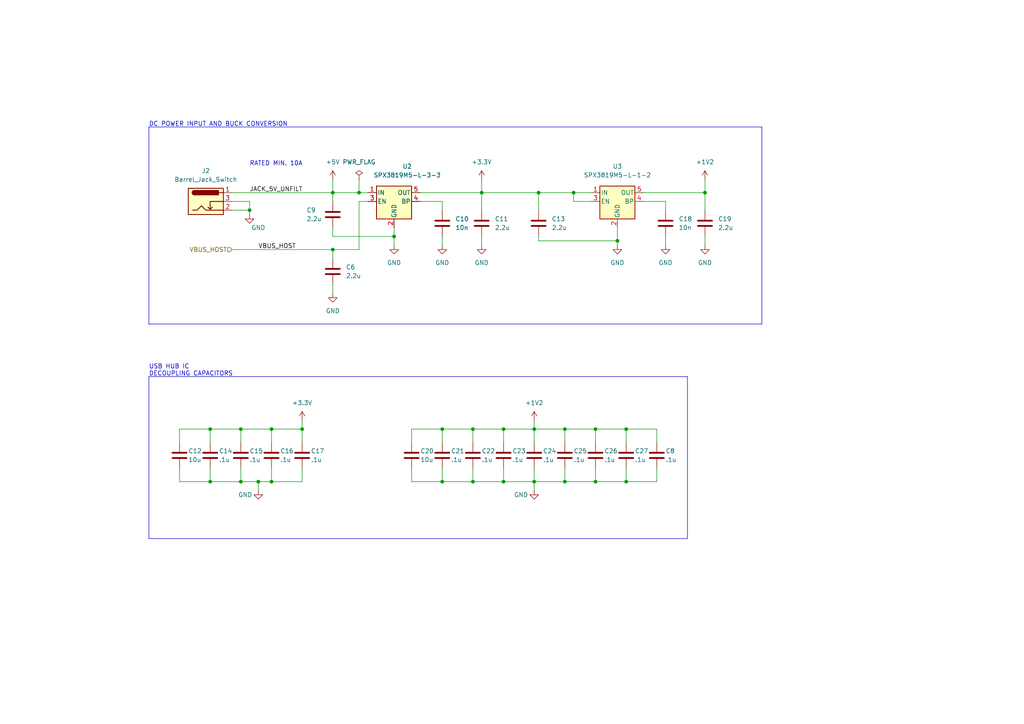
<source format=kicad_sch>
(kicad_sch (version 20230121) (generator eeschema)

  (uuid 1641773b-2f9b-4942-937b-9445f85296da)

  (paper "A4")

  (title_block
    (title "Powered USB3.0 Quad Hub")
    (rev "v1.0")
  )

  (lib_symbols
    (symbol "Connector:Barrel_Jack_Switch" (pin_names hide) (in_bom yes) (on_board yes)
      (property "Reference" "J" (at 0 5.334 0)
        (effects (font (size 1.27 1.27)))
      )
      (property "Value" "Barrel_Jack_Switch" (at 0 -5.08 0)
        (effects (font (size 1.27 1.27)))
      )
      (property "Footprint" "" (at 1.27 -1.016 0)
        (effects (font (size 1.27 1.27)) hide)
      )
      (property "Datasheet" "~" (at 1.27 -1.016 0)
        (effects (font (size 1.27 1.27)) hide)
      )
      (property "ki_keywords" "DC power barrel jack connector" (at 0 0 0)
        (effects (font (size 1.27 1.27)) hide)
      )
      (property "ki_description" "DC Barrel Jack with an internal switch" (at 0 0 0)
        (effects (font (size 1.27 1.27)) hide)
      )
      (property "ki_fp_filters" "BarrelJack*" (at 0 0 0)
        (effects (font (size 1.27 1.27)) hide)
      )
      (symbol "Barrel_Jack_Switch_0_1"
        (rectangle (start -5.08 3.81) (end 5.08 -3.81)
          (stroke (width 0.254) (type default))
          (fill (type background))
        )
        (arc (start -3.302 3.175) (mid -3.9343 2.54) (end -3.302 1.905)
          (stroke (width 0.254) (type default))
          (fill (type none))
        )
        (arc (start -3.302 3.175) (mid -3.9343 2.54) (end -3.302 1.905)
          (stroke (width 0.254) (type default))
          (fill (type outline))
        )
        (polyline
          (pts
            (xy 1.27 -2.286)
            (xy 1.905 -1.651)
          )
          (stroke (width 0.254) (type default))
          (fill (type none))
        )
        (polyline
          (pts
            (xy 5.08 2.54)
            (xy 3.81 2.54)
          )
          (stroke (width 0.254) (type default))
          (fill (type none))
        )
        (polyline
          (pts
            (xy 5.08 0)
            (xy 1.27 0)
            (xy 1.27 -2.286)
            (xy 0.635 -1.651)
          )
          (stroke (width 0.254) (type default))
          (fill (type none))
        )
        (polyline
          (pts
            (xy -3.81 -2.54)
            (xy -2.54 -2.54)
            (xy -1.27 -1.27)
            (xy 0 -2.54)
            (xy 2.54 -2.54)
            (xy 5.08 -2.54)
          )
          (stroke (width 0.254) (type default))
          (fill (type none))
        )
        (rectangle (start 3.683 3.175) (end -3.302 1.905)
          (stroke (width 0.254) (type default))
          (fill (type outline))
        )
      )
      (symbol "Barrel_Jack_Switch_1_1"
        (pin passive line (at 7.62 2.54 180) (length 2.54)
          (name "~" (effects (font (size 1.27 1.27))))
          (number "1" (effects (font (size 1.27 1.27))))
        )
        (pin passive line (at 7.62 -2.54 180) (length 2.54)
          (name "~" (effects (font (size 1.27 1.27))))
          (number "2" (effects (font (size 1.27 1.27))))
        )
        (pin passive line (at 7.62 0 180) (length 2.54)
          (name "~" (effects (font (size 1.27 1.27))))
          (number "3" (effects (font (size 1.27 1.27))))
        )
      )
    )
    (symbol "Device:C" (pin_numbers hide) (pin_names (offset 0.254)) (in_bom yes) (on_board yes)
      (property "Reference" "C" (at 0.635 2.54 0)
        (effects (font (size 1.27 1.27)) (justify left))
      )
      (property "Value" "C" (at 0.635 -2.54 0)
        (effects (font (size 1.27 1.27)) (justify left))
      )
      (property "Footprint" "" (at 0.9652 -3.81 0)
        (effects (font (size 1.27 1.27)) hide)
      )
      (property "Datasheet" "~" (at 0 0 0)
        (effects (font (size 1.27 1.27)) hide)
      )
      (property "ki_keywords" "cap capacitor" (at 0 0 0)
        (effects (font (size 1.27 1.27)) hide)
      )
      (property "ki_description" "Unpolarized capacitor" (at 0 0 0)
        (effects (font (size 1.27 1.27)) hide)
      )
      (property "ki_fp_filters" "C_*" (at 0 0 0)
        (effects (font (size 1.27 1.27)) hide)
      )
      (symbol "C_0_1"
        (polyline
          (pts
            (xy -2.032 -0.762)
            (xy 2.032 -0.762)
          )
          (stroke (width 0.508) (type default))
          (fill (type none))
        )
        (polyline
          (pts
            (xy -2.032 0.762)
            (xy 2.032 0.762)
          )
          (stroke (width 0.508) (type default))
          (fill (type none))
        )
      )
      (symbol "C_1_1"
        (pin passive line (at 0 3.81 270) (length 2.794)
          (name "~" (effects (font (size 1.27 1.27))))
          (number "1" (effects (font (size 1.27 1.27))))
        )
        (pin passive line (at 0 -3.81 90) (length 2.794)
          (name "~" (effects (font (size 1.27 1.27))))
          (number "2" (effects (font (size 1.27 1.27))))
        )
      )
    )
    (symbol "Regulator_Linear:SPX3819M5-L-1-2" (pin_names (offset 0.254)) (in_bom yes) (on_board yes)
      (property "Reference" "U" (at -3.81 5.715 0)
        (effects (font (size 1.27 1.27)))
      )
      (property "Value" "SPX3819M5-L-1-2" (at 0 5.715 0)
        (effects (font (size 1.27 1.27)) (justify left))
      )
      (property "Footprint" "Package_TO_SOT_SMD:SOT-23-5" (at 0 8.255 0)
        (effects (font (size 1.27 1.27)) hide)
      )
      (property "Datasheet" "https://www.exar.com/content/document.ashx?id=22106&languageid=1033&type=Datasheet&partnumber=SPX3819&filename=SPX3819.pdf&part=SPX3819" (at 0 0 0)
        (effects (font (size 1.27 1.27)) hide)
      )
      (property "ki_keywords" "REGULATOR LDO 1.2V" (at 0 0 0)
        (effects (font (size 1.27 1.27)) hide)
      )
      (property "ki_description" "500mA Low drop-out regulator, Fixed Output 1.2V, SOT-23-5" (at 0 0 0)
        (effects (font (size 1.27 1.27)) hide)
      )
      (property "ki_fp_filters" "SOT?23*" (at 0 0 0)
        (effects (font (size 1.27 1.27)) hide)
      )
      (symbol "SPX3819M5-L-1-2_0_1"
        (rectangle (start -5.08 4.445) (end 5.08 -5.08)
          (stroke (width 0.254) (type default))
          (fill (type background))
        )
      )
      (symbol "SPX3819M5-L-1-2_1_1"
        (pin power_in line (at -7.62 2.54 0) (length 2.54)
          (name "IN" (effects (font (size 1.27 1.27))))
          (number "1" (effects (font (size 1.27 1.27))))
        )
        (pin power_in line (at 0 -7.62 90) (length 2.54)
          (name "GND" (effects (font (size 1.27 1.27))))
          (number "2" (effects (font (size 1.27 1.27))))
        )
        (pin input line (at -7.62 0 0) (length 2.54)
          (name "EN" (effects (font (size 1.27 1.27))))
          (number "3" (effects (font (size 1.27 1.27))))
        )
        (pin input line (at 7.62 0 180) (length 2.54)
          (name "BP" (effects (font (size 1.27 1.27))))
          (number "4" (effects (font (size 1.27 1.27))))
        )
        (pin power_out line (at 7.62 2.54 180) (length 2.54)
          (name "OUT" (effects (font (size 1.27 1.27))))
          (number "5" (effects (font (size 1.27 1.27))))
        )
      )
    )
    (symbol "Regulator_Linear:SPX3819M5-L-3-3" (pin_names (offset 0.254)) (in_bom yes) (on_board yes)
      (property "Reference" "U" (at -3.81 5.715 0)
        (effects (font (size 1.27 1.27)))
      )
      (property "Value" "SPX3819M5-L-3-3" (at 0 5.715 0)
        (effects (font (size 1.27 1.27)) (justify left))
      )
      (property "Footprint" "Package_TO_SOT_SMD:SOT-23-5" (at 0 8.255 0)
        (effects (font (size 1.27 1.27)) hide)
      )
      (property "Datasheet" "https://www.exar.com/content/document.ashx?id=22106&languageid=1033&type=Datasheet&partnumber=SPX3819&filename=SPX3819.pdf&part=SPX3819" (at 0 0 0)
        (effects (font (size 1.27 1.27)) hide)
      )
      (property "ki_keywords" "REGULATOR LDO 3.3V" (at 0 0 0)
        (effects (font (size 1.27 1.27)) hide)
      )
      (property "ki_description" "500mA Low drop-out regulator, Fixed Output 3.3V, SOT-23-5" (at 0 0 0)
        (effects (font (size 1.27 1.27)) hide)
      )
      (property "ki_fp_filters" "SOT?23*" (at 0 0 0)
        (effects (font (size 1.27 1.27)) hide)
      )
      (symbol "SPX3819M5-L-3-3_0_1"
        (rectangle (start -5.08 4.445) (end 5.08 -5.08)
          (stroke (width 0.254) (type default))
          (fill (type background))
        )
      )
      (symbol "SPX3819M5-L-3-3_1_1"
        (pin power_in line (at -7.62 2.54 0) (length 2.54)
          (name "IN" (effects (font (size 1.27 1.27))))
          (number "1" (effects (font (size 1.27 1.27))))
        )
        (pin power_in line (at 0 -7.62 90) (length 2.54)
          (name "GND" (effects (font (size 1.27 1.27))))
          (number "2" (effects (font (size 1.27 1.27))))
        )
        (pin input line (at -7.62 0 0) (length 2.54)
          (name "EN" (effects (font (size 1.27 1.27))))
          (number "3" (effects (font (size 1.27 1.27))))
        )
        (pin input line (at 7.62 0 180) (length 2.54)
          (name "BP" (effects (font (size 1.27 1.27))))
          (number "4" (effects (font (size 1.27 1.27))))
        )
        (pin power_out line (at 7.62 2.54 180) (length 2.54)
          (name "OUT" (effects (font (size 1.27 1.27))))
          (number "5" (effects (font (size 1.27 1.27))))
        )
      )
    )
    (symbol "power:+1V2" (power) (pin_names (offset 0)) (in_bom yes) (on_board yes)
      (property "Reference" "#PWR" (at 0 -3.81 0)
        (effects (font (size 1.27 1.27)) hide)
      )
      (property "Value" "+1V2" (at 0 3.556 0)
        (effects (font (size 1.27 1.27)))
      )
      (property "Footprint" "" (at 0 0 0)
        (effects (font (size 1.27 1.27)) hide)
      )
      (property "Datasheet" "" (at 0 0 0)
        (effects (font (size 1.27 1.27)) hide)
      )
      (property "ki_keywords" "power-flag" (at 0 0 0)
        (effects (font (size 1.27 1.27)) hide)
      )
      (property "ki_description" "Power symbol creates a global label with name \"+1V2\"" (at 0 0 0)
        (effects (font (size 1.27 1.27)) hide)
      )
      (symbol "+1V2_0_1"
        (polyline
          (pts
            (xy -0.762 1.27)
            (xy 0 2.54)
          )
          (stroke (width 0) (type default))
          (fill (type none))
        )
        (polyline
          (pts
            (xy 0 0)
            (xy 0 2.54)
          )
          (stroke (width 0) (type default))
          (fill (type none))
        )
        (polyline
          (pts
            (xy 0 2.54)
            (xy 0.762 1.27)
          )
          (stroke (width 0) (type default))
          (fill (type none))
        )
      )
      (symbol "+1V2_1_1"
        (pin power_in line (at 0 0 90) (length 0) hide
          (name "+1V2" (effects (font (size 1.27 1.27))))
          (number "1" (effects (font (size 1.27 1.27))))
        )
      )
    )
    (symbol "power:+3.3V" (power) (pin_names (offset 0)) (in_bom yes) (on_board yes)
      (property "Reference" "#PWR" (at 0 -3.81 0)
        (effects (font (size 1.27 1.27)) hide)
      )
      (property "Value" "+3.3V" (at 0 3.556 0)
        (effects (font (size 1.27 1.27)))
      )
      (property "Footprint" "" (at 0 0 0)
        (effects (font (size 1.27 1.27)) hide)
      )
      (property "Datasheet" "" (at 0 0 0)
        (effects (font (size 1.27 1.27)) hide)
      )
      (property "ki_keywords" "power-flag" (at 0 0 0)
        (effects (font (size 1.27 1.27)) hide)
      )
      (property "ki_description" "Power symbol creates a global label with name \"+3.3V\"" (at 0 0 0)
        (effects (font (size 1.27 1.27)) hide)
      )
      (symbol "+3.3V_0_1"
        (polyline
          (pts
            (xy -0.762 1.27)
            (xy 0 2.54)
          )
          (stroke (width 0) (type default))
          (fill (type none))
        )
        (polyline
          (pts
            (xy 0 0)
            (xy 0 2.54)
          )
          (stroke (width 0) (type default))
          (fill (type none))
        )
        (polyline
          (pts
            (xy 0 2.54)
            (xy 0.762 1.27)
          )
          (stroke (width 0) (type default))
          (fill (type none))
        )
      )
      (symbol "+3.3V_1_1"
        (pin power_in line (at 0 0 90) (length 0) hide
          (name "+3.3V" (effects (font (size 1.27 1.27))))
          (number "1" (effects (font (size 1.27 1.27))))
        )
      )
    )
    (symbol "power:+5V" (power) (pin_names (offset 0)) (in_bom yes) (on_board yes)
      (property "Reference" "#PWR" (at 0 -3.81 0)
        (effects (font (size 1.27 1.27)) hide)
      )
      (property "Value" "+5V" (at 0 3.556 0)
        (effects (font (size 1.27 1.27)))
      )
      (property "Footprint" "" (at 0 0 0)
        (effects (font (size 1.27 1.27)) hide)
      )
      (property "Datasheet" "" (at 0 0 0)
        (effects (font (size 1.27 1.27)) hide)
      )
      (property "ki_keywords" "power-flag" (at 0 0 0)
        (effects (font (size 1.27 1.27)) hide)
      )
      (property "ki_description" "Power symbol creates a global label with name \"+5V\"" (at 0 0 0)
        (effects (font (size 1.27 1.27)) hide)
      )
      (symbol "+5V_0_1"
        (polyline
          (pts
            (xy -0.762 1.27)
            (xy 0 2.54)
          )
          (stroke (width 0) (type default))
          (fill (type none))
        )
        (polyline
          (pts
            (xy 0 0)
            (xy 0 2.54)
          )
          (stroke (width 0) (type default))
          (fill (type none))
        )
        (polyline
          (pts
            (xy 0 2.54)
            (xy 0.762 1.27)
          )
          (stroke (width 0) (type default))
          (fill (type none))
        )
      )
      (symbol "+5V_1_1"
        (pin power_in line (at 0 0 90) (length 0) hide
          (name "+5V" (effects (font (size 1.27 1.27))))
          (number "1" (effects (font (size 1.27 1.27))))
        )
      )
    )
    (symbol "power:GND" (power) (pin_names (offset 0)) (in_bom yes) (on_board yes)
      (property "Reference" "#PWR" (at 0 -6.35 0)
        (effects (font (size 1.27 1.27)) hide)
      )
      (property "Value" "GND" (at 0 -3.81 0)
        (effects (font (size 1.27 1.27)))
      )
      (property "Footprint" "" (at 0 0 0)
        (effects (font (size 1.27 1.27)) hide)
      )
      (property "Datasheet" "" (at 0 0 0)
        (effects (font (size 1.27 1.27)) hide)
      )
      (property "ki_keywords" "power-flag" (at 0 0 0)
        (effects (font (size 1.27 1.27)) hide)
      )
      (property "ki_description" "Power symbol creates a global label with name \"GND\" , ground" (at 0 0 0)
        (effects (font (size 1.27 1.27)) hide)
      )
      (symbol "GND_0_1"
        (polyline
          (pts
            (xy 0 0)
            (xy 0 -1.27)
            (xy 1.27 -1.27)
            (xy 0 -2.54)
            (xy -1.27 -1.27)
            (xy 0 -1.27)
          )
          (stroke (width 0) (type default))
          (fill (type none))
        )
      )
      (symbol "GND_1_1"
        (pin power_in line (at 0 0 270) (length 0) hide
          (name "GND" (effects (font (size 1.27 1.27))))
          (number "1" (effects (font (size 1.27 1.27))))
        )
      )
    )
    (symbol "power:PWR_FLAG" (power) (pin_numbers hide) (pin_names (offset 0) hide) (in_bom yes) (on_board yes)
      (property "Reference" "#FLG" (at 0 1.905 0)
        (effects (font (size 1.27 1.27)) hide)
      )
      (property "Value" "PWR_FLAG" (at 0 3.81 0)
        (effects (font (size 1.27 1.27)))
      )
      (property "Footprint" "" (at 0 0 0)
        (effects (font (size 1.27 1.27)) hide)
      )
      (property "Datasheet" "~" (at 0 0 0)
        (effects (font (size 1.27 1.27)) hide)
      )
      (property "ki_keywords" "power-flag" (at 0 0 0)
        (effects (font (size 1.27 1.27)) hide)
      )
      (property "ki_description" "Special symbol for telling ERC where power comes from" (at 0 0 0)
        (effects (font (size 1.27 1.27)) hide)
      )
      (symbol "PWR_FLAG_0_0"
        (pin power_out line (at 0 0 90) (length 0)
          (name "pwr" (effects (font (size 1.27 1.27))))
          (number "1" (effects (font (size 1.27 1.27))))
        )
      )
      (symbol "PWR_FLAG_0_1"
        (polyline
          (pts
            (xy 0 0)
            (xy 0 1.27)
            (xy -1.016 1.905)
            (xy 0 2.54)
            (xy 1.016 1.905)
            (xy 0 1.27)
          )
          (stroke (width 0) (type default))
          (fill (type none))
        )
      )
    )
  )

  (junction (at 60.96 139.7) (diameter 0) (color 0 0 0 0)
    (uuid 0c2afb71-1166-4c51-ba66-f00057b0d5cb)
  )
  (junction (at 87.63 124.46) (diameter 0) (color 0 0 0 0)
    (uuid 188e4653-cef3-405b-8727-753bb2ed1b63)
  )
  (junction (at 69.85 124.46) (diameter 0) (color 0 0 0 0)
    (uuid 1c81fde9-7d09-4810-af05-0edc215d7046)
  )
  (junction (at 163.83 139.7) (diameter 0) (color 0 0 0 0)
    (uuid 223f04e4-2a08-49d9-af4f-5f588ee9e06f)
  )
  (junction (at 60.96 124.46) (diameter 0) (color 0 0 0 0)
    (uuid 2574a2e5-3936-430f-a090-bdb4b64de88b)
  )
  (junction (at 156.21 55.88) (diameter 0) (color 0 0 0 0)
    (uuid 42fd4ee6-4389-46a8-851e-e07872057bcb)
  )
  (junction (at 204.47 55.88) (diameter 0) (color 0 0 0 0)
    (uuid 48ecc2f6-2a1f-4184-9ddd-f0e6d82677dc)
  )
  (junction (at 172.72 124.46) (diameter 0) (color 0 0 0 0)
    (uuid 4b38420a-16a0-49a5-978f-f9ffd79d4b36)
  )
  (junction (at 137.16 139.7) (diameter 0) (color 0 0 0 0)
    (uuid 51c479db-bcff-47b4-ae8d-239b1455418f)
  )
  (junction (at 72.39 60.96) (diameter 0) (color 0 0 0 0)
    (uuid 585d9954-f10d-44ee-9d40-ff46570133fe)
  )
  (junction (at 154.94 139.7) (diameter 0) (color 0 0 0 0)
    (uuid 5ea4c796-04b4-4721-854f-4fc7dfc76b3f)
  )
  (junction (at 78.74 124.46) (diameter 0) (color 0 0 0 0)
    (uuid 6834e0ad-edb8-4647-bcb2-9835c5137b69)
  )
  (junction (at 163.83 124.46) (diameter 0) (color 0 0 0 0)
    (uuid 6f4af716-510d-4e2b-8a30-c35f9cc1dc26)
  )
  (junction (at 166.37 55.88) (diameter 0) (color 0 0 0 0)
    (uuid 7023fb12-66b9-4823-88e5-1aae812df90d)
  )
  (junction (at 104.14 55.88) (diameter 0) (color 0 0 0 0)
    (uuid 771f6007-bd10-49c5-9726-128ef3c63421)
  )
  (junction (at 146.05 139.7) (diameter 0) (color 0 0 0 0)
    (uuid 791b5c01-5caf-4091-93d4-12dc14ac8855)
  )
  (junction (at 74.93 139.7) (diameter 0) (color 0 0 0 0)
    (uuid 7e9846d3-d3c4-4f20-b57a-a7466096eff2)
  )
  (junction (at 96.52 72.39) (diameter 0) (color 0 0 0 0)
    (uuid 8229879e-a44a-485c-8001-c71c9ce9cfa4)
  )
  (junction (at 146.05 124.46) (diameter 0) (color 0 0 0 0)
    (uuid 866c4948-117d-4087-82e3-afab245194a1)
  )
  (junction (at 137.16 124.46) (diameter 0) (color 0 0 0 0)
    (uuid 9f3d4d09-f6c7-46ad-a493-bf0f1725061f)
  )
  (junction (at 181.61 124.46) (diameter 0) (color 0 0 0 0)
    (uuid af8059fd-75db-4add-944c-64d6ab7c62f5)
  )
  (junction (at 96.52 55.88) (diameter 0) (color 0 0 0 0)
    (uuid afc239de-666d-48d8-87f2-1a0a8aba4d22)
  )
  (junction (at 78.74 139.7) (diameter 0) (color 0 0 0 0)
    (uuid b9651fb8-04d1-4ab8-bf28-690983faf1c9)
  )
  (junction (at 128.27 139.7) (diameter 0) (color 0 0 0 0)
    (uuid bd7cac02-3d92-498c-90b5-7dd881c96905)
  )
  (junction (at 172.72 139.7) (diameter 0) (color 0 0 0 0)
    (uuid bd7dfe1f-82a0-45f4-9fcb-e4e4ed821775)
  )
  (junction (at 154.94 124.46) (diameter 0) (color 0 0 0 0)
    (uuid ccc25bb2-7c6c-4464-b57d-35949c35ee41)
  )
  (junction (at 114.3 68.58) (diameter 0) (color 0 0 0 0)
    (uuid d6901655-8d69-46d1-97f0-277464ae1377)
  )
  (junction (at 179.07 69.85) (diameter 0) (color 0 0 0 0)
    (uuid dc641ac0-aca7-4d17-9d31-b19674141b44)
  )
  (junction (at 69.85 139.7) (diameter 0) (color 0 0 0 0)
    (uuid ee54bcc0-5d6f-4d9d-b292-1a3968a079c2)
  )
  (junction (at 139.7 55.88) (diameter 0) (color 0 0 0 0)
    (uuid f2dd64ef-8f6d-4c94-a74f-ef8d6af38937)
  )
  (junction (at 181.61 139.7) (diameter 0) (color 0 0 0 0)
    (uuid f4c740c4-dd3b-4a7c-bc53-05c034f855f2)
  )
  (junction (at 128.27 124.46) (diameter 0) (color 0 0 0 0)
    (uuid fff0d985-6013-4353-8d4b-bcf798f7d84c)
  )

  (wire (pts (xy 156.21 60.96) (xy 156.21 55.88))
    (stroke (width 0) (type default))
    (uuid 01fa7625-d022-47ce-9354-c040fc2fff6f)
  )
  (wire (pts (xy 96.52 82.55) (xy 96.52 85.09))
    (stroke (width 0) (type default))
    (uuid 024ba52b-ae8b-406b-8c65-eb30fea9ceba)
  )
  (wire (pts (xy 163.83 139.7) (xy 172.72 139.7))
    (stroke (width 0) (type default))
    (uuid 06f0ace9-8f97-42d3-afc0-360a9997ff42)
  )
  (wire (pts (xy 69.85 124.46) (xy 69.85 128.27))
    (stroke (width 0) (type default))
    (uuid 0b01f3d4-afb7-48c9-9a28-1dc30013ab04)
  )
  (wire (pts (xy 104.14 55.88) (xy 106.68 55.88))
    (stroke (width 0) (type default))
    (uuid 0d4bbeb6-3c19-4303-8d07-8f77f22165b7)
  )
  (wire (pts (xy 137.16 124.46) (xy 137.16 128.27))
    (stroke (width 0) (type default))
    (uuid 17207883-2933-4baf-988b-fb316f6deddd)
  )
  (wire (pts (xy 163.83 124.46) (xy 172.72 124.46))
    (stroke (width 0) (type default))
    (uuid 196f4379-2dea-4a86-92be-5da0c234b10b)
  )
  (wire (pts (xy 119.38 139.7) (xy 128.27 139.7))
    (stroke (width 0) (type default))
    (uuid 1ba22a38-63ca-4e13-a9d8-a4a3950d32cc)
  )
  (wire (pts (xy 104.14 58.42) (xy 106.68 58.42))
    (stroke (width 0) (type default))
    (uuid 1f3ff123-4ac4-4195-86d1-5775656ee21a)
  )
  (wire (pts (xy 181.61 139.7) (xy 181.61 135.89))
    (stroke (width 0) (type default))
    (uuid 1fec69b5-5572-493c-93c4-22cf697ae900)
  )
  (wire (pts (xy 181.61 124.46) (xy 190.5 124.46))
    (stroke (width 0) (type default))
    (uuid 20cb4f50-1a33-4791-8052-d79748eba128)
  )
  (wire (pts (xy 78.74 139.7) (xy 87.63 139.7))
    (stroke (width 0) (type default))
    (uuid 250da9fa-48a6-42b9-9881-f8aaeaaf81e8)
  )
  (wire (pts (xy 166.37 55.88) (xy 171.45 55.88))
    (stroke (width 0) (type default))
    (uuid 25651395-36ab-4ee2-ae57-6872a2577745)
  )
  (wire (pts (xy 114.3 66.04) (xy 114.3 68.58))
    (stroke (width 0) (type default))
    (uuid 2c8e4531-b318-4283-846a-aa187ecbfac7)
  )
  (wire (pts (xy 87.63 135.89) (xy 87.63 139.7))
    (stroke (width 0) (type default))
    (uuid 2d460f92-3de0-433f-bcb8-a9a4a34b6344)
  )
  (polyline (pts (xy 43.18 109.22) (xy 199.39 109.22))
    (stroke (width 0) (type default))
    (uuid 2d5f2115-d12c-43cb-af32-0b41dcea2f79)
  )

  (wire (pts (xy 156.21 68.58) (xy 156.21 69.85))
    (stroke (width 0) (type default))
    (uuid 2e39a3a2-5d9b-445a-bec7-983fc603a81b)
  )
  (wire (pts (xy 60.96 124.46) (xy 69.85 124.46))
    (stroke (width 0) (type default))
    (uuid 2ebf5b8e-89d2-4c62-ad45-3467c6cc4efc)
  )
  (wire (pts (xy 190.5 124.46) (xy 190.5 128.27))
    (stroke (width 0) (type default))
    (uuid 3144969b-2f64-4ccf-87ae-c5c29d5f7c49)
  )
  (wire (pts (xy 190.5 139.7) (xy 190.5 135.89))
    (stroke (width 0) (type default))
    (uuid 34042046-8894-4177-9bde-28dc88731b39)
  )
  (wire (pts (xy 67.31 60.96) (xy 72.39 60.96))
    (stroke (width 0) (type default))
    (uuid 349528e3-ea56-4a2e-9efb-3eb798d89f81)
  )
  (wire (pts (xy 74.93 139.7) (xy 78.74 139.7))
    (stroke (width 0) (type default))
    (uuid 3559fd4f-027f-4287-9388-36b77e42ce25)
  )
  (wire (pts (xy 128.27 58.42) (xy 128.27 60.96))
    (stroke (width 0) (type default))
    (uuid 3814da79-4525-44fb-b5c2-ce75ba63d973)
  )
  (polyline (pts (xy 199.39 109.22) (xy 199.39 156.21))
    (stroke (width 0) (type default))
    (uuid 39b5fb36-6a57-4521-b1ca-0f9372035ba2)
  )

  (wire (pts (xy 172.72 135.89) (xy 172.72 139.7))
    (stroke (width 0) (type default))
    (uuid 3d6f323f-e0f0-49fd-9dfc-7a9f850efd9a)
  )
  (wire (pts (xy 119.38 124.46) (xy 128.27 124.46))
    (stroke (width 0) (type default))
    (uuid 3f35d01e-844c-46f1-a8e6-61c6e2f1d895)
  )
  (wire (pts (xy 60.96 139.7) (xy 69.85 139.7))
    (stroke (width 0) (type default))
    (uuid 3fbf4637-409a-434d-8cac-b64e4448d8dd)
  )
  (wire (pts (xy 72.39 58.42) (xy 72.39 60.96))
    (stroke (width 0) (type default))
    (uuid 4162fe11-01a9-4144-a1ed-5580c1e5a8a8)
  )
  (wire (pts (xy 52.07 139.7) (xy 60.96 139.7))
    (stroke (width 0) (type default))
    (uuid 416a6588-8506-45f3-a974-efc6a926f7a8)
  )
  (wire (pts (xy 204.47 55.88) (xy 204.47 60.96))
    (stroke (width 0) (type default))
    (uuid 431ee311-47ca-4cfb-b980-671c70d53569)
  )
  (polyline (pts (xy 220.98 93.98) (xy 43.18 93.98))
    (stroke (width 0) (type default))
    (uuid 434646d9-189c-4997-b5e0-dd19b7f8ba6d)
  )

  (wire (pts (xy 172.72 139.7) (xy 181.61 139.7))
    (stroke (width 0) (type default))
    (uuid 43bdec81-fd8d-4e06-aa06-24820a6380ba)
  )
  (wire (pts (xy 146.05 135.89) (xy 146.05 139.7))
    (stroke (width 0) (type default))
    (uuid 461c27cd-4fa3-41bc-854e-b6318694cf86)
  )
  (wire (pts (xy 78.74 124.46) (xy 78.74 128.27))
    (stroke (width 0) (type default))
    (uuid 470f2722-e5a2-44d8-9e8a-4d67a4bb11c4)
  )
  (wire (pts (xy 121.92 58.42) (xy 128.27 58.42))
    (stroke (width 0) (type default))
    (uuid 5096457f-9257-406c-8dae-05946978453b)
  )
  (wire (pts (xy 163.83 124.46) (xy 163.83 128.27))
    (stroke (width 0) (type default))
    (uuid 57f41b89-0401-4334-9abd-c34c69061a87)
  )
  (wire (pts (xy 181.61 139.7) (xy 190.5 139.7))
    (stroke (width 0) (type default))
    (uuid 58e165cc-4d5d-480d-9e06-073fd7fab1df)
  )
  (wire (pts (xy 87.63 124.46) (xy 87.63 128.27))
    (stroke (width 0) (type default))
    (uuid 5a6706d6-a557-43a4-8d1f-8fe04c20859a)
  )
  (wire (pts (xy 52.07 124.46) (xy 52.07 128.27))
    (stroke (width 0) (type default))
    (uuid 5c1e8d24-3424-4fcc-8030-469c7596f8a7)
  )
  (wire (pts (xy 60.96 135.89) (xy 60.96 139.7))
    (stroke (width 0) (type default))
    (uuid 5d34abab-9ebf-4024-a624-95a1a99f11d0)
  )
  (wire (pts (xy 78.74 135.89) (xy 78.74 139.7))
    (stroke (width 0) (type default))
    (uuid 5d78ba68-d790-4b2b-bc17-2089005a8bf8)
  )
  (wire (pts (xy 128.27 139.7) (xy 137.16 139.7))
    (stroke (width 0) (type default))
    (uuid 62c87bf3-e195-4440-b0a4-23ba2f2139a9)
  )
  (wire (pts (xy 104.14 52.07) (xy 104.14 55.88))
    (stroke (width 0) (type default))
    (uuid 6378bb49-a297-4a92-920f-5cc70185e169)
  )
  (wire (pts (xy 60.96 124.46) (xy 60.96 128.27))
    (stroke (width 0) (type default))
    (uuid 65976ec7-2a7b-43ea-8ecc-b5855552fffc)
  )
  (wire (pts (xy 87.63 121.92) (xy 87.63 124.46))
    (stroke (width 0) (type default))
    (uuid 6a124e4e-defc-4d86-aa65-95bbdb01028f)
  )
  (wire (pts (xy 52.07 135.89) (xy 52.07 139.7))
    (stroke (width 0) (type default))
    (uuid 6c3d1625-e83a-4fb6-8a9f-5c70105ec480)
  )
  (wire (pts (xy 172.72 124.46) (xy 181.61 124.46))
    (stroke (width 0) (type default))
    (uuid 6d9c1a7e-c4a6-4c26-bf7a-a3c60763c999)
  )
  (wire (pts (xy 146.05 139.7) (xy 154.94 139.7))
    (stroke (width 0) (type default))
    (uuid 6ed3ff22-d5f3-4ac4-9ed3-8801901dee2b)
  )
  (wire (pts (xy 137.16 135.89) (xy 137.16 139.7))
    (stroke (width 0) (type default))
    (uuid 71adc62f-b7c6-48a6-ae1c-3279356684ed)
  )
  (wire (pts (xy 121.92 55.88) (xy 139.7 55.88))
    (stroke (width 0) (type default))
    (uuid 7475976d-9155-4ab1-8bc4-3dfdd3d00d27)
  )
  (wire (pts (xy 69.85 124.46) (xy 78.74 124.46))
    (stroke (width 0) (type default))
    (uuid 75a7a9fc-f5d6-48da-a2c3-5afde5b6e993)
  )
  (wire (pts (xy 154.94 135.89) (xy 154.94 139.7))
    (stroke (width 0) (type default))
    (uuid 777ab6f2-9868-4c7e-98bd-908b05ebb020)
  )
  (wire (pts (xy 163.83 135.89) (xy 163.83 139.7))
    (stroke (width 0) (type default))
    (uuid 77966d27-8d17-4288-9b49-8f5ec293305d)
  )
  (polyline (pts (xy 43.18 109.22) (xy 43.18 156.21))
    (stroke (width 0) (type default))
    (uuid 788ff45c-6573-4add-8770-fa63205794ac)
  )

  (wire (pts (xy 128.27 124.46) (xy 137.16 124.46))
    (stroke (width 0) (type default))
    (uuid 7c40e5d5-8d50-4dd9-8e46-d70f4e0cc8d7)
  )
  (wire (pts (xy 186.69 55.88) (xy 204.47 55.88))
    (stroke (width 0) (type default))
    (uuid 7df17522-7ae4-4d4e-ab8e-8a0067227bb1)
  )
  (wire (pts (xy 186.69 58.42) (xy 193.04 58.42))
    (stroke (width 0) (type default))
    (uuid 7fa0ed4c-8486-4690-a46c-59a3a61c5ba7)
  )
  (wire (pts (xy 72.39 60.96) (xy 72.39 62.23))
    (stroke (width 0) (type default))
    (uuid 84e1ea1b-d5ac-4961-b917-6568df965859)
  )
  (wire (pts (xy 128.27 124.46) (xy 128.27 128.27))
    (stroke (width 0) (type default))
    (uuid 8982982b-8890-4837-9c0f-385976c9cc34)
  )
  (wire (pts (xy 69.85 135.89) (xy 69.85 139.7))
    (stroke (width 0) (type default))
    (uuid 8d89c6f1-23fd-4d62-ad63-64d396d8e4b3)
  )
  (wire (pts (xy 137.16 139.7) (xy 146.05 139.7))
    (stroke (width 0) (type default))
    (uuid 8f3029e6-c336-42cb-8e2a-d2f910820929)
  )
  (wire (pts (xy 171.45 58.42) (xy 166.37 58.42))
    (stroke (width 0) (type default))
    (uuid 908e4eee-faae-4403-92d0-f5d1a70b5171)
  )
  (wire (pts (xy 137.16 124.46) (xy 146.05 124.46))
    (stroke (width 0) (type default))
    (uuid 90e26d3a-0b3a-47a1-912b-3db9a4bae25b)
  )
  (wire (pts (xy 139.7 55.88) (xy 139.7 60.96))
    (stroke (width 0) (type default))
    (uuid 910808d1-dc05-4b98-b194-2b5fbd68712d)
  )
  (wire (pts (xy 96.52 52.07) (xy 96.52 55.88))
    (stroke (width 0) (type default))
    (uuid 941f8d43-ce5f-4ce6-b8c6-f88dc07c2be7)
  )
  (wire (pts (xy 96.52 55.88) (xy 96.52 58.42))
    (stroke (width 0) (type default))
    (uuid 95df9337-3084-451f-9b71-c0c93a212102)
  )
  (wire (pts (xy 69.85 139.7) (xy 74.93 139.7))
    (stroke (width 0) (type default))
    (uuid 97d32e46-2591-4d93-b494-60a9cf0cf97e)
  )
  (wire (pts (xy 96.52 72.39) (xy 104.14 72.39))
    (stroke (width 0) (type default))
    (uuid 9de83010-0bf1-468a-8a3b-13b043c02412)
  )
  (wire (pts (xy 114.3 68.58) (xy 114.3 71.12))
    (stroke (width 0) (type default))
    (uuid a16396ca-14c5-4034-b1c6-9ee560fcab57)
  )
  (wire (pts (xy 128.27 135.89) (xy 128.27 139.7))
    (stroke (width 0) (type default))
    (uuid a3ed4240-f798-4e2b-8ee9-3fa2bc95487c)
  )
  (wire (pts (xy 119.38 124.46) (xy 119.38 128.27))
    (stroke (width 0) (type default))
    (uuid a6199607-ff05-4e85-9be0-09f07b29696d)
  )
  (wire (pts (xy 204.47 52.07) (xy 204.47 55.88))
    (stroke (width 0) (type default))
    (uuid a892a14f-e766-4577-9062-2fdd111156aa)
  )
  (wire (pts (xy 154.94 121.92) (xy 154.94 124.46))
    (stroke (width 0) (type default))
    (uuid a9ccfab2-f330-48a3-a3f5-ac3fe8f974aa)
  )
  (wire (pts (xy 154.94 124.46) (xy 154.94 128.27))
    (stroke (width 0) (type default))
    (uuid aa0e6cc1-a405-4150-b78d-031a1b3a3c76)
  )
  (wire (pts (xy 179.07 66.04) (xy 179.07 69.85))
    (stroke (width 0) (type default))
    (uuid ac6c60a4-10f4-45cf-8a42-1866ea04db6a)
  )
  (wire (pts (xy 78.74 124.46) (xy 87.63 124.46))
    (stroke (width 0) (type default))
    (uuid ae627728-b43d-4aa2-b522-c74656593759)
  )
  (wire (pts (xy 146.05 124.46) (xy 146.05 128.27))
    (stroke (width 0) (type default))
    (uuid aefec645-d5c6-45ea-a806-ad3f4ab15c6e)
  )
  (wire (pts (xy 52.07 124.46) (xy 60.96 124.46))
    (stroke (width 0) (type default))
    (uuid bf74ca97-4e6f-4a27-b614-a5849a2abbd4)
  )
  (wire (pts (xy 67.31 72.39) (xy 96.52 72.39))
    (stroke (width 0) (type default))
    (uuid bfd83439-8e13-4908-ad9f-b7b31062b4d4)
  )
  (wire (pts (xy 204.47 68.58) (xy 204.47 71.12))
    (stroke (width 0) (type default))
    (uuid c32364ea-2453-4b90-9927-4da36a6600e6)
  )
  (polyline (pts (xy 43.18 36.83) (xy 43.18 93.98))
    (stroke (width 0) (type default))
    (uuid c3f871dd-1251-4b4f-bd53-b239817ce325)
  )

  (wire (pts (xy 96.52 72.39) (xy 96.52 74.93))
    (stroke (width 0) (type default))
    (uuid ca13fc03-48d3-48e1-ba60-a37d8e8ed61a)
  )
  (wire (pts (xy 128.27 68.58) (xy 128.27 71.12))
    (stroke (width 0) (type default))
    (uuid cbb6e5d6-190c-4acf-b2ee-3d5d3f2214f7)
  )
  (wire (pts (xy 74.93 139.7) (xy 74.93 142.24))
    (stroke (width 0) (type default))
    (uuid cda7751b-cf86-4eb2-b4ed-f4ffc15a6a38)
  )
  (wire (pts (xy 139.7 68.58) (xy 139.7 71.12))
    (stroke (width 0) (type default))
    (uuid d19eb308-26c2-45f6-b2ab-5772be4c6b57)
  )
  (wire (pts (xy 193.04 68.58) (xy 193.04 71.12))
    (stroke (width 0) (type default))
    (uuid d2099e01-d3e8-4f1e-b833-9e4d699d6d9f)
  )
  (wire (pts (xy 96.52 55.88) (xy 104.14 55.88))
    (stroke (width 0) (type default))
    (uuid d4847ae8-cb15-402c-839f-f6c985cd4d2d)
  )
  (wire (pts (xy 146.05 124.46) (xy 154.94 124.46))
    (stroke (width 0) (type default))
    (uuid d5b77113-2f56-49f7-b8b6-675446a1d5cc)
  )
  (wire (pts (xy 181.61 124.46) (xy 181.61 128.27))
    (stroke (width 0) (type default))
    (uuid d698e767-85b7-490c-acc2-7cd60e578688)
  )
  (wire (pts (xy 96.52 66.04) (xy 96.52 68.58))
    (stroke (width 0) (type default))
    (uuid d79932c1-6852-4fd0-832f-fcca5b5c2abf)
  )
  (wire (pts (xy 154.94 139.7) (xy 163.83 139.7))
    (stroke (width 0) (type default))
    (uuid d8702eb0-aed6-48db-8c9c-c94783efbd8c)
  )
  (wire (pts (xy 119.38 135.89) (xy 119.38 139.7))
    (stroke (width 0) (type default))
    (uuid d9c92138-af19-4245-a808-15773b5c409c)
  )
  (wire (pts (xy 154.94 124.46) (xy 163.83 124.46))
    (stroke (width 0) (type default))
    (uuid dd798a3d-1f29-4fa1-b7b7-a420247031d8)
  )
  (wire (pts (xy 154.94 139.7) (xy 154.94 142.24))
    (stroke (width 0) (type default))
    (uuid ddcc67b7-0826-4896-bf57-64bfd81b04d2)
  )
  (wire (pts (xy 104.14 72.39) (xy 104.14 58.42))
    (stroke (width 0) (type default))
    (uuid e00f261d-dd47-4b8f-956f-f01ab9901b47)
  )
  (wire (pts (xy 193.04 58.42) (xy 193.04 60.96))
    (stroke (width 0) (type default))
    (uuid e31bfdf9-0a44-436e-9eff-c01173f573cc)
  )
  (wire (pts (xy 172.72 124.46) (xy 172.72 128.27))
    (stroke (width 0) (type default))
    (uuid e46817db-7c12-4ba3-923c-7bb552f343e0)
  )
  (polyline (pts (xy 220.98 36.83) (xy 220.98 93.98))
    (stroke (width 0) (type default))
    (uuid e4dee82e-bce9-4238-89b2-6b55c8e706fd)
  )

  (wire (pts (xy 156.21 69.85) (xy 179.07 69.85))
    (stroke (width 0) (type default))
    (uuid e518c6c6-cb81-4588-a206-603bb6095c79)
  )
  (wire (pts (xy 96.52 68.58) (xy 114.3 68.58))
    (stroke (width 0) (type default))
    (uuid e78ebf50-b19d-4c2e-816e-c9657cc24a8a)
  )
  (wire (pts (xy 67.31 55.88) (xy 96.52 55.88))
    (stroke (width 0) (type default))
    (uuid e88d8cc0-937d-4214-8ed0-e16ccee126ba)
  )
  (wire (pts (xy 67.31 58.42) (xy 72.39 58.42))
    (stroke (width 0) (type default))
    (uuid ea51ce70-6169-4dff-8d1d-4ebb9cbd1e4c)
  )
  (wire (pts (xy 139.7 55.88) (xy 156.21 55.88))
    (stroke (width 0) (type default))
    (uuid ed45c56f-f51b-44a5-82c8-8023aeffba47)
  )
  (wire (pts (xy 166.37 58.42) (xy 166.37 55.88))
    (stroke (width 0) (type default))
    (uuid edacaa78-865c-4688-88a9-97973401a6f4)
  )
  (wire (pts (xy 139.7 52.07) (xy 139.7 55.88))
    (stroke (width 0) (type default))
    (uuid ef90764f-8433-4bf9-a2c9-9513b5cb2884)
  )
  (polyline (pts (xy 43.18 36.83) (xy 220.98 36.83))
    (stroke (width 0) (type default))
    (uuid f1a721e7-7e11-4eeb-a0f6-8c802dc0536e)
  )

  (wire (pts (xy 179.07 69.85) (xy 179.07 71.12))
    (stroke (width 0) (type default))
    (uuid f5b6fcbb-4262-4770-b7ef-d49609f32c1f)
  )
  (wire (pts (xy 156.21 55.88) (xy 166.37 55.88))
    (stroke (width 0) (type default))
    (uuid f6e44dc5-3a35-4545-be4a-950bbce88328)
  )
  (polyline (pts (xy 199.39 156.21) (xy 43.18 156.21))
    (stroke (width 0) (type default))
    (uuid fc8936f9-2542-468f-8d9d-4057d07af893)
  )

  (text "DC POWER INPUT AND BUCK CONVERSION" (at 43.18 36.83 0)
    (effects (font (size 1.27 1.27)) (justify left bottom))
    (uuid 01db2632-14be-481d-a309-89a7218e3e6f)
  )
  (text "USB HUB IC\nDECOUPLING CAPACITORS\n" (at 43.18 109.22 0)
    (effects (font (size 1.27 1.27)) (justify left bottom))
    (uuid b8c66ca1-17f0-4d14-871f-0d3f2999cf50)
  )
  (text "RATED MIN. 10A\n" (at 72.39 48.26 0)
    (effects (font (size 1.27 1.27)) (justify left bottom))
    (uuid d58c2159-9335-43b6-b63d-f636f0cafa31)
  )

  (label "JACK_5V_UNFILT" (at 72.39 55.88 0) (fields_autoplaced)
    (effects (font (size 1.27 1.27)) (justify left bottom))
    (uuid 7ba36b8c-80f3-46ba-a749-511b7d5a0673)
  )
  (label "VBUS_HOST" (at 74.93 72.39 0) (fields_autoplaced)
    (effects (font (size 1.27 1.27)) (justify left bottom))
    (uuid 9f2a988e-d623-4584-86ec-bbe08779f07d)
  )

  (hierarchical_label "VBUS_HOST" (shape input) (at 67.31 72.39 180) (fields_autoplaced)
    (effects (font (size 1.27 1.27)) (justify right))
    (uuid 752f8a5d-621f-4084-9304-145c5306045c)
  )

  (symbol (lib_id "power:GND") (at 74.93 142.24 0) (unit 1)
    (in_bom yes) (on_board yes) (dnp no)
    (uuid 0570e5df-7222-45ec-b1f2-2a732915fc20)
    (property "Reference" "#PWR0113" (at 74.93 148.59 0)
      (effects (font (size 1.27 1.27)) hide)
    )
    (property "Value" "GND" (at 71.12 143.51 0)
      (effects (font (size 1.27 1.27)))
    )
    (property "Footprint" "" (at 74.93 142.24 0)
      (effects (font (size 1.27 1.27)) hide)
    )
    (property "Datasheet" "" (at 74.93 142.24 0)
      (effects (font (size 1.27 1.27)) hide)
    )
    (pin "1" (uuid 37cb3a1e-ad22-439c-a5ff-e7cdca91d2d0))
    (instances
      (project "Hybrid USB Hub (USB3.0)"
        (path "/0d875b42-864f-470b-942b-6f9f6fd5fd54/6e7d7f58-88eb-457e-9b8e-4605e6425d68"
          (reference "#PWR0113") (unit 1)
        )
      )
    )
  )

  (symbol (lib_id "power:+1V2") (at 154.94 121.92 0) (unit 1)
    (in_bom yes) (on_board yes) (dnp no) (fields_autoplaced)
    (uuid 09c9ac8f-50fd-4221-b3fc-693a29b78312)
    (property "Reference" "#PWR0126" (at 154.94 125.73 0)
      (effects (font (size 1.27 1.27)) hide)
    )
    (property "Value" "+1V2" (at 154.94 116.84 0)
      (effects (font (size 1.27 1.27)))
    )
    (property "Footprint" "" (at 154.94 121.92 0)
      (effects (font (size 1.27 1.27)) hide)
    )
    (property "Datasheet" "" (at 154.94 121.92 0)
      (effects (font (size 1.27 1.27)) hide)
    )
    (pin "1" (uuid df8c44bc-e6dd-4fe7-8d79-f46bdda4b2fb))
    (instances
      (project "Hybrid USB Hub (USB3.0)"
        (path "/0d875b42-864f-470b-942b-6f9f6fd5fd54/6e7d7f58-88eb-457e-9b8e-4605e6425d68"
          (reference "#PWR0126") (unit 1)
        )
      )
    )
  )

  (symbol (lib_id "Device:C") (at 139.7 64.77 0) (unit 1)
    (in_bom yes) (on_board yes) (dnp no) (fields_autoplaced)
    (uuid 0f83bd63-1565-4ec2-a05b-af8b37546c56)
    (property "Reference" "C11" (at 143.51 63.4999 0)
      (effects (font (size 1.27 1.27)) (justify left))
    )
    (property "Value" "2.2u" (at 143.51 66.0399 0)
      (effects (font (size 1.27 1.27)) (justify left))
    )
    (property "Footprint" "Capacitor_SMD:C_0402_1005Metric" (at 140.6652 68.58 0)
      (effects (font (size 1.27 1.27)) hide)
    )
    (property "Datasheet" "~" (at 139.7 64.77 0)
      (effects (font (size 1.27 1.27)) hide)
    )
    (pin "1" (uuid 485dfa92-1ec9-4b70-b53b-b8731a745790))
    (pin "2" (uuid 96d11af5-640f-4493-870f-f0e9d1aeb41b))
    (instances
      (project "Hybrid USB Hub (USB3.0)"
        (path "/0d875b42-864f-470b-942b-6f9f6fd5fd54/6e7d7f58-88eb-457e-9b8e-4605e6425d68"
          (reference "C11") (unit 1)
        )
      )
    )
  )

  (symbol (lib_id "Device:C") (at 52.07 132.08 0) (unit 1)
    (in_bom yes) (on_board yes) (dnp no)
    (uuid 114ef95d-efc0-490c-b45d-8e1acfd3dd3e)
    (property "Reference" "C12" (at 54.61 130.81 0)
      (effects (font (size 1.27 1.27)) (justify left))
    )
    (property "Value" "10u" (at 54.61 133.35 0)
      (effects (font (size 1.27 1.27)) (justify left))
    )
    (property "Footprint" "Capacitor_SMD:C_0603_1608Metric" (at 53.0352 135.89 0)
      (effects (font (size 1.27 1.27)) hide)
    )
    (property "Datasheet" "~" (at 52.07 132.08 0)
      (effects (font (size 1.27 1.27)) hide)
    )
    (pin "1" (uuid bb3bac9d-746b-4c6e-a37d-d60826b69374))
    (pin "2" (uuid b094fad2-9715-4676-8e3b-57204b17a006))
    (instances
      (project "Hybrid USB Hub (USB3.0)"
        (path "/0d875b42-864f-470b-942b-6f9f6fd5fd54/6e7d7f58-88eb-457e-9b8e-4605e6425d68"
          (reference "C12") (unit 1)
        )
      )
    )
  )

  (symbol (lib_id "power:GND") (at 114.3 71.12 0) (unit 1)
    (in_bom yes) (on_board yes) (dnp no)
    (uuid 1a0def88-e659-403f-9068-b1625e32fc9f)
    (property "Reference" "#PWR0120" (at 114.3 77.47 0)
      (effects (font (size 1.27 1.27)) hide)
    )
    (property "Value" "GND" (at 114.3 76.2 0)
      (effects (font (size 1.27 1.27)))
    )
    (property "Footprint" "" (at 114.3 71.12 0)
      (effects (font (size 1.27 1.27)) hide)
    )
    (property "Datasheet" "" (at 114.3 71.12 0)
      (effects (font (size 1.27 1.27)) hide)
    )
    (pin "1" (uuid 8cc3aef4-93c6-443d-8362-911f9a8ac911))
    (instances
      (project "Hybrid USB Hub (USB3.0)"
        (path "/0d875b42-864f-470b-942b-6f9f6fd5fd54/6e7d7f58-88eb-457e-9b8e-4605e6425d68"
          (reference "#PWR0120") (unit 1)
        )
      )
    )
  )

  (symbol (lib_id "Device:C") (at 154.94 132.08 0) (unit 1)
    (in_bom yes) (on_board yes) (dnp no)
    (uuid 1f6a4532-a910-42f5-8035-e63710618186)
    (property "Reference" "C24" (at 157.48 130.81 0)
      (effects (font (size 1.27 1.27)) (justify left))
    )
    (property "Value" ".1u" (at 157.48 133.35 0)
      (effects (font (size 1.27 1.27)) (justify left))
    )
    (property "Footprint" "Capacitor_SMD:C_0402_1005Metric" (at 155.9052 135.89 0)
      (effects (font (size 1.27 1.27)) hide)
    )
    (property "Datasheet" "~" (at 154.94 132.08 0)
      (effects (font (size 1.27 1.27)) hide)
    )
    (pin "1" (uuid ab13a671-b4fe-427b-8d08-71cc5c705009))
    (pin "2" (uuid 08bde0ed-dc36-484e-9283-fe5fc7564313))
    (instances
      (project "Hybrid USB Hub (USB3.0)"
        (path "/0d875b42-864f-470b-942b-6f9f6fd5fd54/6e7d7f58-88eb-457e-9b8e-4605e6425d68"
          (reference "C24") (unit 1)
        )
      )
    )
  )

  (symbol (lib_id "power:+3.3V") (at 87.63 121.92 0) (unit 1)
    (in_bom yes) (on_board yes) (dnp no) (fields_autoplaced)
    (uuid 1fd617e1-93a9-47a8-8fd9-9427b1690dd7)
    (property "Reference" "#PWR0112" (at 87.63 125.73 0)
      (effects (font (size 1.27 1.27)) hide)
    )
    (property "Value" "+3.3V" (at 87.63 116.84 0)
      (effects (font (size 1.27 1.27)))
    )
    (property "Footprint" "" (at 87.63 121.92 0)
      (effects (font (size 1.27 1.27)) hide)
    )
    (property "Datasheet" "" (at 87.63 121.92 0)
      (effects (font (size 1.27 1.27)) hide)
    )
    (pin "1" (uuid 78ab0f93-fe06-4a09-9845-370bbc66383d))
    (instances
      (project "Hybrid USB Hub (USB3.0)"
        (path "/0d875b42-864f-470b-942b-6f9f6fd5fd54/6e7d7f58-88eb-457e-9b8e-4605e6425d68"
          (reference "#PWR0112") (unit 1)
        )
      )
    )
  )

  (symbol (lib_id "power:GND") (at 72.39 62.23 0) (unit 1)
    (in_bom yes) (on_board yes) (dnp no)
    (uuid 28f4e77c-f3e7-4175-8656-2d070974b413)
    (property "Reference" "#PWR0117" (at 72.39 68.58 0)
      (effects (font (size 1.27 1.27)) hide)
    )
    (property "Value" "GND" (at 74.93 66.04 0)
      (effects (font (size 1.27 1.27)))
    )
    (property "Footprint" "" (at 72.39 62.23 0)
      (effects (font (size 1.27 1.27)) hide)
    )
    (property "Datasheet" "" (at 72.39 62.23 0)
      (effects (font (size 1.27 1.27)) hide)
    )
    (pin "1" (uuid d20d7a1d-ebd1-4331-8475-b952ba1c5414))
    (instances
      (project "Hybrid USB Hub (USB3.0)"
        (path "/0d875b42-864f-470b-942b-6f9f6fd5fd54/6e7d7f58-88eb-457e-9b8e-4605e6425d68"
          (reference "#PWR0117") (unit 1)
        )
      )
    )
  )

  (symbol (lib_id "Device:C") (at 146.05 132.08 0) (unit 1)
    (in_bom yes) (on_board yes) (dnp no)
    (uuid 2a160c17-a710-42e8-9c3e-d6f48cd4b75c)
    (property "Reference" "C23" (at 148.59 130.81 0)
      (effects (font (size 1.27 1.27)) (justify left))
    )
    (property "Value" ".1u" (at 148.59 133.35 0)
      (effects (font (size 1.27 1.27)) (justify left))
    )
    (property "Footprint" "Capacitor_SMD:C_0402_1005Metric" (at 147.0152 135.89 0)
      (effects (font (size 1.27 1.27)) hide)
    )
    (property "Datasheet" "~" (at 146.05 132.08 0)
      (effects (font (size 1.27 1.27)) hide)
    )
    (pin "1" (uuid 03422f4b-0df4-47ea-8dbf-01b9f86bd66a))
    (pin "2" (uuid c725ba51-16a2-42ba-8257-0de8fcb44299))
    (instances
      (project "Hybrid USB Hub (USB3.0)"
        (path "/0d875b42-864f-470b-942b-6f9f6fd5fd54/6e7d7f58-88eb-457e-9b8e-4605e6425d68"
          (reference "C23") (unit 1)
        )
      )
    )
  )

  (symbol (lib_id "Device:C") (at 128.27 132.08 0) (unit 1)
    (in_bom yes) (on_board yes) (dnp no)
    (uuid 2cb6207f-7d42-4a7b-8a68-2ae893237423)
    (property "Reference" "C21" (at 130.81 130.81 0)
      (effects (font (size 1.27 1.27)) (justify left))
    )
    (property "Value" ".1u" (at 130.81 133.35 0)
      (effects (font (size 1.27 1.27)) (justify left))
    )
    (property "Footprint" "Capacitor_SMD:C_0402_1005Metric" (at 129.2352 135.89 0)
      (effects (font (size 1.27 1.27)) hide)
    )
    (property "Datasheet" "~" (at 128.27 132.08 0)
      (effects (font (size 1.27 1.27)) hide)
    )
    (pin "1" (uuid c2cdc03a-3bbf-4fd5-ab54-f69e10481e15))
    (pin "2" (uuid 6dd9ae32-72ad-422b-b62c-7cb05026e3ce))
    (instances
      (project "Hybrid USB Hub (USB3.0)"
        (path "/0d875b42-864f-470b-942b-6f9f6fd5fd54/6e7d7f58-88eb-457e-9b8e-4605e6425d68"
          (reference "C21") (unit 1)
        )
      )
    )
  )

  (symbol (lib_id "Device:C") (at 69.85 132.08 0) (unit 1)
    (in_bom yes) (on_board yes) (dnp no)
    (uuid 31856473-284d-46d9-84bd-3735e8c40118)
    (property "Reference" "C15" (at 72.39 130.81 0)
      (effects (font (size 1.27 1.27)) (justify left))
    )
    (property "Value" ".1u" (at 72.39 133.35 0)
      (effects (font (size 1.27 1.27)) (justify left))
    )
    (property "Footprint" "Capacitor_SMD:C_0402_1005Metric" (at 70.8152 135.89 0)
      (effects (font (size 1.27 1.27)) hide)
    )
    (property "Datasheet" "~" (at 69.85 132.08 0)
      (effects (font (size 1.27 1.27)) hide)
    )
    (pin "1" (uuid 0eb2f897-4be9-40c9-aacd-1ae3b52520b5))
    (pin "2" (uuid 589ca81f-b04c-4dd3-afea-c825a9365d93))
    (instances
      (project "Hybrid USB Hub (USB3.0)"
        (path "/0d875b42-864f-470b-942b-6f9f6fd5fd54/6e7d7f58-88eb-457e-9b8e-4605e6425d68"
          (reference "C15") (unit 1)
        )
      )
    )
  )

  (symbol (lib_id "power:+5V") (at 96.52 52.07 0) (unit 1)
    (in_bom yes) (on_board yes) (dnp no) (fields_autoplaced)
    (uuid 383f2c0f-e538-4676-a904-c99afc693ca9)
    (property "Reference" "#PWR0122" (at 96.52 55.88 0)
      (effects (font (size 1.27 1.27)) hide)
    )
    (property "Value" "+5V" (at 96.52 46.99 0)
      (effects (font (size 1.27 1.27)))
    )
    (property "Footprint" "" (at 96.52 52.07 0)
      (effects (font (size 1.27 1.27)) hide)
    )
    (property "Datasheet" "" (at 96.52 52.07 0)
      (effects (font (size 1.27 1.27)) hide)
    )
    (pin "1" (uuid 5e2cc8c5-680f-4e54-a1a1-470b60a6d843))
    (instances
      (project "Hybrid USB Hub (USB3.0)"
        (path "/0d875b42-864f-470b-942b-6f9f6fd5fd54/6e7d7f58-88eb-457e-9b8e-4605e6425d68"
          (reference "#PWR0122") (unit 1)
        )
      )
    )
  )

  (symbol (lib_id "power:GND") (at 139.7 71.12 0) (unit 1)
    (in_bom yes) (on_board yes) (dnp no)
    (uuid 43af3dca-2640-47cb-9dcc-0b41b07b6ce2)
    (property "Reference" "#PWR0115" (at 139.7 77.47 0)
      (effects (font (size 1.27 1.27)) hide)
    )
    (property "Value" "GND" (at 139.7 76.2 0)
      (effects (font (size 1.27 1.27)))
    )
    (property "Footprint" "" (at 139.7 71.12 0)
      (effects (font (size 1.27 1.27)) hide)
    )
    (property "Datasheet" "" (at 139.7 71.12 0)
      (effects (font (size 1.27 1.27)) hide)
    )
    (pin "1" (uuid caf634c4-a742-46a6-a54b-00a0773304fa))
    (instances
      (project "Hybrid USB Hub (USB3.0)"
        (path "/0d875b42-864f-470b-942b-6f9f6fd5fd54/6e7d7f58-88eb-457e-9b8e-4605e6425d68"
          (reference "#PWR0115") (unit 1)
        )
      )
    )
  )

  (symbol (lib_id "power:+1V2") (at 204.47 52.07 0) (unit 1)
    (in_bom yes) (on_board yes) (dnp no) (fields_autoplaced)
    (uuid 48d31fc7-da90-405f-be08-f9398ffe907e)
    (property "Reference" "#PWR0123" (at 204.47 55.88 0)
      (effects (font (size 1.27 1.27)) hide)
    )
    (property "Value" "+1V2" (at 204.47 46.99 0)
      (effects (font (size 1.27 1.27)))
    )
    (property "Footprint" "" (at 204.47 52.07 0)
      (effects (font (size 1.27 1.27)) hide)
    )
    (property "Datasheet" "" (at 204.47 52.07 0)
      (effects (font (size 1.27 1.27)) hide)
    )
    (pin "1" (uuid f41423fd-5056-4e5d-b887-045ab6a3368e))
    (instances
      (project "Hybrid USB Hub (USB3.0)"
        (path "/0d875b42-864f-470b-942b-6f9f6fd5fd54/6e7d7f58-88eb-457e-9b8e-4605e6425d68"
          (reference "#PWR0123") (unit 1)
        )
      )
    )
  )

  (symbol (lib_id "Device:C") (at 87.63 132.08 0) (unit 1)
    (in_bom yes) (on_board yes) (dnp no)
    (uuid 495742fa-43eb-41a9-9552-6f988b223690)
    (property "Reference" "C17" (at 90.17 130.81 0)
      (effects (font (size 1.27 1.27)) (justify left))
    )
    (property "Value" ".1u" (at 90.17 133.35 0)
      (effects (font (size 1.27 1.27)) (justify left))
    )
    (property "Footprint" "Capacitor_SMD:C_0402_1005Metric" (at 88.5952 135.89 0)
      (effects (font (size 1.27 1.27)) hide)
    )
    (property "Datasheet" "~" (at 87.63 132.08 0)
      (effects (font (size 1.27 1.27)) hide)
    )
    (pin "1" (uuid 40245030-91d0-4b4c-b62e-e965fc3127fa))
    (pin "2" (uuid 2b8a98ac-e12d-4e2d-9afb-04fc1e822f60))
    (instances
      (project "Hybrid USB Hub (USB3.0)"
        (path "/0d875b42-864f-470b-942b-6f9f6fd5fd54/6e7d7f58-88eb-457e-9b8e-4605e6425d68"
          (reference "C17") (unit 1)
        )
      )
    )
  )

  (symbol (lib_id "power:+3.3V") (at 139.7 52.07 0) (unit 1)
    (in_bom yes) (on_board yes) (dnp no) (fields_autoplaced)
    (uuid 4c43c6cc-785d-44c1-a2ae-ac7e8ee269df)
    (property "Reference" "#PWR0121" (at 139.7 55.88 0)
      (effects (font (size 1.27 1.27)) hide)
    )
    (property "Value" "+3.3V" (at 139.7 46.99 0)
      (effects (font (size 1.27 1.27)))
    )
    (property "Footprint" "" (at 139.7 52.07 0)
      (effects (font (size 1.27 1.27)) hide)
    )
    (property "Datasheet" "" (at 139.7 52.07 0)
      (effects (font (size 1.27 1.27)) hide)
    )
    (pin "1" (uuid 4b96a886-1307-40ad-962d-39d399c244c4))
    (instances
      (project "Hybrid USB Hub (USB3.0)"
        (path "/0d875b42-864f-470b-942b-6f9f6fd5fd54/6e7d7f58-88eb-457e-9b8e-4605e6425d68"
          (reference "#PWR0121") (unit 1)
        )
      )
    )
  )

  (symbol (lib_id "power:GND") (at 204.47 71.12 0) (unit 1)
    (in_bom yes) (on_board yes) (dnp no)
    (uuid 52f9481b-e969-4a47-9027-6453b75fcd2b)
    (property "Reference" "#PWR0124" (at 204.47 77.47 0)
      (effects (font (size 1.27 1.27)) hide)
    )
    (property "Value" "GND" (at 204.47 76.2 0)
      (effects (font (size 1.27 1.27)))
    )
    (property "Footprint" "" (at 204.47 71.12 0)
      (effects (font (size 1.27 1.27)) hide)
    )
    (property "Datasheet" "" (at 204.47 71.12 0)
      (effects (font (size 1.27 1.27)) hide)
    )
    (pin "1" (uuid 2d272513-e160-400f-8867-334f0f2e5c4b))
    (instances
      (project "Hybrid USB Hub (USB3.0)"
        (path "/0d875b42-864f-470b-942b-6f9f6fd5fd54/6e7d7f58-88eb-457e-9b8e-4605e6425d68"
          (reference "#PWR0124") (unit 1)
        )
      )
    )
  )

  (symbol (lib_id "Device:C") (at 128.27 64.77 0) (unit 1)
    (in_bom yes) (on_board yes) (dnp no) (fields_autoplaced)
    (uuid 55dad93c-a5c2-4df7-9744-cad6c90717b4)
    (property "Reference" "C10" (at 132.08 63.4999 0)
      (effects (font (size 1.27 1.27)) (justify left))
    )
    (property "Value" "10n" (at 132.08 66.0399 0)
      (effects (font (size 1.27 1.27)) (justify left))
    )
    (property "Footprint" "Capacitor_SMD:C_0402_1005Metric" (at 129.2352 68.58 0)
      (effects (font (size 1.27 1.27)) hide)
    )
    (property "Datasheet" "~" (at 128.27 64.77 0)
      (effects (font (size 1.27 1.27)) hide)
    )
    (pin "1" (uuid abb32283-6b8b-4b20-8ccf-3bf9ea37c5ac))
    (pin "2" (uuid ed00bd82-7532-4073-9f04-16b634a8f6d2))
    (instances
      (project "Hybrid USB Hub (USB3.0)"
        (path "/0d875b42-864f-470b-942b-6f9f6fd5fd54/6e7d7f58-88eb-457e-9b8e-4605e6425d68"
          (reference "C10") (unit 1)
        )
      )
    )
  )

  (symbol (lib_id "Regulator_Linear:SPX3819M5-L-1-2") (at 179.07 58.42 0) (unit 1)
    (in_bom yes) (on_board yes) (dnp no) (fields_autoplaced)
    (uuid 57122a55-8349-4650-929f-9099bd0b946f)
    (property "Reference" "U3" (at 179.07 48.26 0)
      (effects (font (size 1.27 1.27)))
    )
    (property "Value" "SPX3819M5-L-1-2" (at 179.07 50.8 0)
      (effects (font (size 1.27 1.27)))
    )
    (property "Footprint" "Package_TO_SOT_SMD:SOT-23-5" (at 179.07 50.165 0)
      (effects (font (size 1.27 1.27)) hide)
    )
    (property "Datasheet" "https://www.exar.com/content/document.ashx?id=22106&languageid=1033&type=Datasheet&partnumber=SPX3819&filename=SPX3819.pdf&part=SPX3819" (at 179.07 58.42 0)
      (effects (font (size 1.27 1.27)) hide)
    )
    (pin "1" (uuid d3bdc7a5-8027-4bb8-be95-1da653b110d5))
    (pin "2" (uuid 2f6733dd-2e6c-4da3-949f-4e7dd7d7e874))
    (pin "3" (uuid 1ed66241-d57f-4e2e-8de3-5adaa63f530b))
    (pin "4" (uuid 24585418-75fd-4833-a567-39f5406d12fb))
    (pin "5" (uuid d36cb9a1-5698-4fd1-a4b2-a2d4f9990bed))
    (instances
      (project "Hybrid USB Hub (USB3.0)"
        (path "/0d875b42-864f-470b-942b-6f9f6fd5fd54/6e7d7f58-88eb-457e-9b8e-4605e6425d68"
          (reference "U3") (unit 1)
        )
      )
    )
  )

  (symbol (lib_id "Regulator_Linear:SPX3819M5-L-3-3") (at 114.3 58.42 0) (unit 1)
    (in_bom yes) (on_board yes) (dnp no)
    (uuid 5ee23150-1c6d-4a22-bfd9-67b12c6005f0)
    (property "Reference" "U2" (at 118.11 48.26 0)
      (effects (font (size 1.27 1.27)))
    )
    (property "Value" "SPX3819M5-L-3-3" (at 118.11 50.8 0)
      (effects (font (size 1.27 1.27)))
    )
    (property "Footprint" "Package_TO_SOT_SMD:SOT-23-5" (at 114.3 50.165 0)
      (effects (font (size 1.27 1.27)) hide)
    )
    (property "Datasheet" "https://www.exar.com/content/document.ashx?id=22106&languageid=1033&type=Datasheet&partnumber=SPX3819&filename=SPX3819.pdf&part=SPX3819" (at 114.3 58.42 0)
      (effects (font (size 1.27 1.27)) hide)
    )
    (pin "1" (uuid 08cf6a1d-2f4c-43ba-a040-9e64c224745f))
    (pin "2" (uuid a8fdfdd9-411d-4d1b-aa5f-0ad919350e73))
    (pin "3" (uuid 363c69d5-0756-4f40-b895-7aa0f12498af))
    (pin "4" (uuid 8b6cd973-0c76-4c79-86ac-ac3c72bacf5b))
    (pin "5" (uuid 82dbfeba-060f-4e53-95ef-057f3d6b3257))
    (instances
      (project "Hybrid USB Hub (USB3.0)"
        (path "/0d875b42-864f-470b-942b-6f9f6fd5fd54/6e7d7f58-88eb-457e-9b8e-4605e6425d68"
          (reference "U2") (unit 1)
        )
      )
    )
  )

  (symbol (lib_id "Device:C") (at 156.21 64.77 0) (unit 1)
    (in_bom yes) (on_board yes) (dnp no) (fields_autoplaced)
    (uuid 64dfa33e-3d32-49f5-814f-fb88c2c81f9c)
    (property "Reference" "C13" (at 160.02 63.4999 0)
      (effects (font (size 1.27 1.27)) (justify left))
    )
    (property "Value" "2.2u" (at 160.02 66.0399 0)
      (effects (font (size 1.27 1.27)) (justify left))
    )
    (property "Footprint" "Capacitor_SMD:C_0402_1005Metric" (at 157.1752 68.58 0)
      (effects (font (size 1.27 1.27)) hide)
    )
    (property "Datasheet" "~" (at 156.21 64.77 0)
      (effects (font (size 1.27 1.27)) hide)
    )
    (pin "1" (uuid ff8476db-d473-494c-a0fb-273c6188b693))
    (pin "2" (uuid 3808921c-4e58-44a8-9592-668401275d01))
    (instances
      (project "Hybrid USB Hub (USB3.0)"
        (path "/0d875b42-864f-470b-942b-6f9f6fd5fd54/6e7d7f58-88eb-457e-9b8e-4605e6425d68"
          (reference "C13") (unit 1)
        )
      )
    )
  )

  (symbol (lib_id "power:GND") (at 179.07 71.12 0) (unit 1)
    (in_bom yes) (on_board yes) (dnp no)
    (uuid 74800bfe-ec87-46b9-a3e8-e96a8131e8cf)
    (property "Reference" "#PWR0111" (at 179.07 77.47 0)
      (effects (font (size 1.27 1.27)) hide)
    )
    (property "Value" "GND" (at 179.07 76.2 0)
      (effects (font (size 1.27 1.27)))
    )
    (property "Footprint" "" (at 179.07 71.12 0)
      (effects (font (size 1.27 1.27)) hide)
    )
    (property "Datasheet" "" (at 179.07 71.12 0)
      (effects (font (size 1.27 1.27)) hide)
    )
    (pin "1" (uuid a8b1195b-1f7e-4523-9db0-1bcabb0bf005))
    (instances
      (project "Hybrid USB Hub (USB3.0)"
        (path "/0d875b42-864f-470b-942b-6f9f6fd5fd54/6e7d7f58-88eb-457e-9b8e-4605e6425d68"
          (reference "#PWR0111") (unit 1)
        )
      )
    )
  )

  (symbol (lib_id "power:GND") (at 128.27 71.12 0) (unit 1)
    (in_bom yes) (on_board yes) (dnp no)
    (uuid 7f0f391d-ed5b-4455-8ed7-57d60f9d7b1c)
    (property "Reference" "#PWR0116" (at 128.27 77.47 0)
      (effects (font (size 1.27 1.27)) hide)
    )
    (property "Value" "GND" (at 128.27 76.2 0)
      (effects (font (size 1.27 1.27)))
    )
    (property "Footprint" "" (at 128.27 71.12 0)
      (effects (font (size 1.27 1.27)) hide)
    )
    (property "Datasheet" "" (at 128.27 71.12 0)
      (effects (font (size 1.27 1.27)) hide)
    )
    (pin "1" (uuid 43903610-40b1-42a7-ab03-4be0da6160c2))
    (instances
      (project "Hybrid USB Hub (USB3.0)"
        (path "/0d875b42-864f-470b-942b-6f9f6fd5fd54/6e7d7f58-88eb-457e-9b8e-4605e6425d68"
          (reference "#PWR0116") (unit 1)
        )
      )
    )
  )

  (symbol (lib_id "power:GND") (at 154.94 142.24 0) (unit 1)
    (in_bom yes) (on_board yes) (dnp no)
    (uuid 82e58251-d231-4b1a-ba68-b5238c4c20cb)
    (property "Reference" "#PWR0125" (at 154.94 148.59 0)
      (effects (font (size 1.27 1.27)) hide)
    )
    (property "Value" "GND" (at 151.13 143.51 0)
      (effects (font (size 1.27 1.27)))
    )
    (property "Footprint" "" (at 154.94 142.24 0)
      (effects (font (size 1.27 1.27)) hide)
    )
    (property "Datasheet" "" (at 154.94 142.24 0)
      (effects (font (size 1.27 1.27)) hide)
    )
    (pin "1" (uuid ef641946-f59f-40df-9003-2b5707859ee2))
    (instances
      (project "Hybrid USB Hub (USB3.0)"
        (path "/0d875b42-864f-470b-942b-6f9f6fd5fd54/6e7d7f58-88eb-457e-9b8e-4605e6425d68"
          (reference "#PWR0125") (unit 1)
        )
      )
    )
  )

  (symbol (lib_id "Device:C") (at 204.47 64.77 0) (unit 1)
    (in_bom yes) (on_board yes) (dnp no) (fields_autoplaced)
    (uuid 84835862-6ff5-43fa-b659-c09c319029fc)
    (property "Reference" "C19" (at 208.28 63.4999 0)
      (effects (font (size 1.27 1.27)) (justify left))
    )
    (property "Value" "2.2u" (at 208.28 66.0399 0)
      (effects (font (size 1.27 1.27)) (justify left))
    )
    (property "Footprint" "Capacitor_SMD:C_0402_1005Metric" (at 205.4352 68.58 0)
      (effects (font (size 1.27 1.27)) hide)
    )
    (property "Datasheet" "~" (at 204.47 64.77 0)
      (effects (font (size 1.27 1.27)) hide)
    )
    (pin "1" (uuid 55189c05-9ad2-4c9b-9234-6f1c3efb7a2c))
    (pin "2" (uuid 1cf591e6-af57-40d0-b252-6b4efd0521d7))
    (instances
      (project "Hybrid USB Hub (USB3.0)"
        (path "/0d875b42-864f-470b-942b-6f9f6fd5fd54/6e7d7f58-88eb-457e-9b8e-4605e6425d68"
          (reference "C19") (unit 1)
        )
      )
    )
  )

  (symbol (lib_id "power:GND") (at 193.04 71.12 0) (unit 1)
    (in_bom yes) (on_board yes) (dnp no)
    (uuid 9e8f4e46-8292-4d72-b71f-e16009b6849e)
    (property "Reference" "#PWR0114" (at 193.04 77.47 0)
      (effects (font (size 1.27 1.27)) hide)
    )
    (property "Value" "GND" (at 193.04 76.2 0)
      (effects (font (size 1.27 1.27)))
    )
    (property "Footprint" "" (at 193.04 71.12 0)
      (effects (font (size 1.27 1.27)) hide)
    )
    (property "Datasheet" "" (at 193.04 71.12 0)
      (effects (font (size 1.27 1.27)) hide)
    )
    (pin "1" (uuid 52d2fd8a-5be7-4aa4-99d7-daad33ab6d4b))
    (instances
      (project "Hybrid USB Hub (USB3.0)"
        (path "/0d875b42-864f-470b-942b-6f9f6fd5fd54/6e7d7f58-88eb-457e-9b8e-4605e6425d68"
          (reference "#PWR0114") (unit 1)
        )
      )
    )
  )

  (symbol (lib_id "Device:C") (at 193.04 64.77 0) (unit 1)
    (in_bom yes) (on_board yes) (dnp no) (fields_autoplaced)
    (uuid 9ffc4c4b-c46c-4725-8c9d-c33353ef45f3)
    (property "Reference" "C18" (at 196.85 63.4999 0)
      (effects (font (size 1.27 1.27)) (justify left))
    )
    (property "Value" "10n" (at 196.85 66.0399 0)
      (effects (font (size 1.27 1.27)) (justify left))
    )
    (property "Footprint" "Capacitor_SMD:C_0402_1005Metric" (at 194.0052 68.58 0)
      (effects (font (size 1.27 1.27)) hide)
    )
    (property "Datasheet" "~" (at 193.04 64.77 0)
      (effects (font (size 1.27 1.27)) hide)
    )
    (pin "1" (uuid 889a5fe2-aba5-4ae4-bb91-52360ab3a054))
    (pin "2" (uuid 322e31c4-cab5-429e-9414-20f5d328fe97))
    (instances
      (project "Hybrid USB Hub (USB3.0)"
        (path "/0d875b42-864f-470b-942b-6f9f6fd5fd54/6e7d7f58-88eb-457e-9b8e-4605e6425d68"
          (reference "C18") (unit 1)
        )
      )
    )
  )

  (symbol (lib_id "power:GND") (at 96.52 85.09 0) (unit 1)
    (in_bom yes) (on_board yes) (dnp no) (fields_autoplaced)
    (uuid a95356e0-aa68-4fc2-82a8-d450b99d901e)
    (property "Reference" "#PWR0119" (at 96.52 91.44 0)
      (effects (font (size 1.27 1.27)) hide)
    )
    (property "Value" "GND" (at 96.52 90.17 0)
      (effects (font (size 1.27 1.27)))
    )
    (property "Footprint" "" (at 96.52 85.09 0)
      (effects (font (size 1.27 1.27)) hide)
    )
    (property "Datasheet" "" (at 96.52 85.09 0)
      (effects (font (size 1.27 1.27)) hide)
    )
    (pin "1" (uuid 60c7c9d2-4524-470f-9a11-16fec2b8bc26))
    (instances
      (project "Hybrid USB Hub (USB3.0)"
        (path "/0d875b42-864f-470b-942b-6f9f6fd5fd54/6e7d7f58-88eb-457e-9b8e-4605e6425d68"
          (reference "#PWR0119") (unit 1)
        )
      )
    )
  )

  (symbol (lib_id "power:PWR_FLAG") (at 104.14 52.07 0) (unit 1)
    (in_bom yes) (on_board yes) (dnp no) (fields_autoplaced)
    (uuid b354456a-f5f7-4474-afc6-d57296ae1bec)
    (property "Reference" "#FLG0101" (at 104.14 50.165 0)
      (effects (font (size 1.27 1.27)) hide)
    )
    (property "Value" "PWR_FLAG" (at 104.14 46.99 0)
      (effects (font (size 1.27 1.27)))
    )
    (property "Footprint" "" (at 104.14 52.07 0)
      (effects (font (size 1.27 1.27)) hide)
    )
    (property "Datasheet" "~" (at 104.14 52.07 0)
      (effects (font (size 1.27 1.27)) hide)
    )
    (pin "1" (uuid 1e953b17-c0c8-4740-9ea6-85358bdf104a))
    (instances
      (project "Hybrid USB Hub (USB3.0)"
        (path "/0d875b42-864f-470b-942b-6f9f6fd5fd54/6e7d7f58-88eb-457e-9b8e-4605e6425d68"
          (reference "#FLG0101") (unit 1)
        )
      )
    )
  )

  (symbol (lib_id "Device:C") (at 60.96 132.08 0) (unit 1)
    (in_bom yes) (on_board yes) (dnp no)
    (uuid b47c7457-679b-4570-99b8-f0f8d91eac65)
    (property "Reference" "C14" (at 63.5 130.81 0)
      (effects (font (size 1.27 1.27)) (justify left))
    )
    (property "Value" ".1u" (at 63.5 133.35 0)
      (effects (font (size 1.27 1.27)) (justify left))
    )
    (property "Footprint" "Capacitor_SMD:C_0402_1005Metric" (at 61.9252 135.89 0)
      (effects (font (size 1.27 1.27)) hide)
    )
    (property "Datasheet" "~" (at 60.96 132.08 0)
      (effects (font (size 1.27 1.27)) hide)
    )
    (pin "1" (uuid 2620b883-e4e9-489d-a470-6445f30ec4d9))
    (pin "2" (uuid c3c9bc3f-66cf-4fcb-9167-37224ae2f335))
    (instances
      (project "Hybrid USB Hub (USB3.0)"
        (path "/0d875b42-864f-470b-942b-6f9f6fd5fd54/6e7d7f58-88eb-457e-9b8e-4605e6425d68"
          (reference "C14") (unit 1)
        )
      )
    )
  )

  (symbol (lib_id "Device:C") (at 172.72 132.08 0) (unit 1)
    (in_bom yes) (on_board yes) (dnp no)
    (uuid b77c5325-26ba-49ca-b4df-ddc8057e6996)
    (property "Reference" "C26" (at 175.26 130.81 0)
      (effects (font (size 1.27 1.27)) (justify left))
    )
    (property "Value" ".1u" (at 175.26 133.35 0)
      (effects (font (size 1.27 1.27)) (justify left))
    )
    (property "Footprint" "Capacitor_SMD:C_0402_1005Metric" (at 173.6852 135.89 0)
      (effects (font (size 1.27 1.27)) hide)
    )
    (property "Datasheet" "~" (at 172.72 132.08 0)
      (effects (font (size 1.27 1.27)) hide)
    )
    (pin "1" (uuid 49ca30e8-df7d-40f9-9a6b-3a48885fef0d))
    (pin "2" (uuid b32cef2b-1fd6-4338-ada5-1287985b3d53))
    (instances
      (project "Hybrid USB Hub (USB3.0)"
        (path "/0d875b42-864f-470b-942b-6f9f6fd5fd54/6e7d7f58-88eb-457e-9b8e-4605e6425d68"
          (reference "C26") (unit 1)
        )
      )
    )
  )

  (symbol (lib_id "Device:C") (at 96.52 78.74 0) (unit 1)
    (in_bom yes) (on_board yes) (dnp no) (fields_autoplaced)
    (uuid b92a8548-5319-423f-b2aa-71d3f29f2a10)
    (property "Reference" "C6" (at 100.33 77.4699 0)
      (effects (font (size 1.27 1.27)) (justify left))
    )
    (property "Value" "2.2u" (at 100.33 80.0099 0)
      (effects (font (size 1.27 1.27)) (justify left))
    )
    (property "Footprint" "Capacitor_SMD:C_0402_1005Metric" (at 97.4852 82.55 0)
      (effects (font (size 1.27 1.27)) hide)
    )
    (property "Datasheet" "~" (at 96.52 78.74 0)
      (effects (font (size 1.27 1.27)) hide)
    )
    (pin "1" (uuid 49c05d5d-1783-4675-9726-6b26c9a6373e))
    (pin "2" (uuid ed3fbce2-d61c-496d-a77d-acb10df06388))
    (instances
      (project "Hybrid USB Hub (USB3.0)"
        (path "/0d875b42-864f-470b-942b-6f9f6fd5fd54/6e7d7f58-88eb-457e-9b8e-4605e6425d68"
          (reference "C6") (unit 1)
        )
      )
    )
  )

  (symbol (lib_id "Device:C") (at 119.38 132.08 0) (unit 1)
    (in_bom yes) (on_board yes) (dnp no)
    (uuid d004df4c-4105-4be7-b825-56593a4f26b4)
    (property "Reference" "C20" (at 121.92 130.81 0)
      (effects (font (size 1.27 1.27)) (justify left))
    )
    (property "Value" "10u" (at 121.92 133.35 0)
      (effects (font (size 1.27 1.27)) (justify left))
    )
    (property "Footprint" "Capacitor_SMD:C_0603_1608Metric" (at 120.3452 135.89 0)
      (effects (font (size 1.27 1.27)) hide)
    )
    (property "Datasheet" "~" (at 119.38 132.08 0)
      (effects (font (size 1.27 1.27)) hide)
    )
    (pin "1" (uuid c81bb788-ed2e-4754-ad61-8a5b2a28876d))
    (pin "2" (uuid ff71ddae-b873-4927-bca4-db403cdcf447))
    (instances
      (project "Hybrid USB Hub (USB3.0)"
        (path "/0d875b42-864f-470b-942b-6f9f6fd5fd54/6e7d7f58-88eb-457e-9b8e-4605e6425d68"
          (reference "C20") (unit 1)
        )
      )
    )
  )

  (symbol (lib_id "Device:C") (at 96.52 62.23 0) (unit 1)
    (in_bom yes) (on_board yes) (dnp no)
    (uuid d0138fbc-32b4-4a6f-88ff-6ab9983a6fea)
    (property "Reference" "C9" (at 88.9 60.96 0)
      (effects (font (size 1.27 1.27)) (justify left))
    )
    (property "Value" "2.2u" (at 88.9 63.5 0)
      (effects (font (size 1.27 1.27)) (justify left))
    )
    (property "Footprint" "Capacitor_SMD:C_0402_1005Metric" (at 97.4852 66.04 0)
      (effects (font (size 1.27 1.27)) hide)
    )
    (property "Datasheet" "~" (at 96.52 62.23 0)
      (effects (font (size 1.27 1.27)) hide)
    )
    (pin "1" (uuid 42b8ffb3-0973-4b4f-bf6c-01d6e8b2692d))
    (pin "2" (uuid 6fe3c298-0631-4a34-bdb0-770485ba5802))
    (instances
      (project "Hybrid USB Hub (USB3.0)"
        (path "/0d875b42-864f-470b-942b-6f9f6fd5fd54/6e7d7f58-88eb-457e-9b8e-4605e6425d68"
          (reference "C9") (unit 1)
        )
      )
    )
  )

  (symbol (lib_id "Device:C") (at 78.74 132.08 0) (unit 1)
    (in_bom yes) (on_board yes) (dnp no)
    (uuid d649acaa-786f-4f50-ab13-2b4264676eea)
    (property "Reference" "C16" (at 81.28 130.81 0)
      (effects (font (size 1.27 1.27)) (justify left))
    )
    (property "Value" ".1u" (at 81.28 133.35 0)
      (effects (font (size 1.27 1.27)) (justify left))
    )
    (property "Footprint" "Capacitor_SMD:C_0402_1005Metric" (at 79.7052 135.89 0)
      (effects (font (size 1.27 1.27)) hide)
    )
    (property "Datasheet" "~" (at 78.74 132.08 0)
      (effects (font (size 1.27 1.27)) hide)
    )
    (pin "1" (uuid 437e5021-baa9-4a5a-9ac2-c4035060047c))
    (pin "2" (uuid f9b18c7c-f9c5-497a-b91d-72f7e06ce3c5))
    (instances
      (project "Hybrid USB Hub (USB3.0)"
        (path "/0d875b42-864f-470b-942b-6f9f6fd5fd54/6e7d7f58-88eb-457e-9b8e-4605e6425d68"
          (reference "C16") (unit 1)
        )
      )
    )
  )

  (symbol (lib_id "Device:C") (at 181.61 132.08 0) (unit 1)
    (in_bom yes) (on_board yes) (dnp no)
    (uuid db7f0815-3645-4fdc-b4b7-f31f1a964d76)
    (property "Reference" "C27" (at 184.15 130.81 0)
      (effects (font (size 1.27 1.27)) (justify left))
    )
    (property "Value" ".1u" (at 184.15 133.35 0)
      (effects (font (size 1.27 1.27)) (justify left))
    )
    (property "Footprint" "Capacitor_SMD:C_0402_1005Metric" (at 182.5752 135.89 0)
      (effects (font (size 1.27 1.27)) hide)
    )
    (property "Datasheet" "~" (at 181.61 132.08 0)
      (effects (font (size 1.27 1.27)) hide)
    )
    (pin "1" (uuid 8239f510-9079-4d8b-ad49-9f2b1a6ec7f5))
    (pin "2" (uuid 1184a094-220a-42ed-beae-a9bb9cb2fde9))
    (instances
      (project "Hybrid USB Hub (USB3.0)"
        (path "/0d875b42-864f-470b-942b-6f9f6fd5fd54/6e7d7f58-88eb-457e-9b8e-4605e6425d68"
          (reference "C27") (unit 1)
        )
      )
    )
  )

  (symbol (lib_id "Connector:Barrel_Jack_Switch") (at 59.69 58.42 0) (unit 1)
    (in_bom yes) (on_board yes) (dnp no) (fields_autoplaced)
    (uuid dc6e8f95-6f75-4eb6-a38a-b6baf77bd60a)
    (property "Reference" "J2" (at 59.69 49.53 0)
      (effects (font (size 1.27 1.27)))
    )
    (property "Value" "Barrel_Jack_Switch" (at 59.69 52.07 0)
      (effects (font (size 1.27 1.27)))
    )
    (property "Footprint" "Connector_BarrelJack:BarrelJack_CUI_PJ-063AH_Horizontal" (at 60.96 59.436 0)
      (effects (font (size 1.27 1.27)) hide)
    )
    (property "Datasheet" "~" (at 60.96 59.436 0)
      (effects (font (size 1.27 1.27)) hide)
    )
    (pin "1" (uuid 73bd3a41-06b8-4fa2-ae24-7c87581fc36d))
    (pin "2" (uuid 8dc21c47-d161-4c2c-a169-9195154684c7))
    (pin "3" (uuid 506aa659-7f60-4daa-8287-ad47c1e69386))
    (instances
      (project "Hybrid USB Hub (USB3.0)"
        (path "/0d875b42-864f-470b-942b-6f9f6fd5fd54/6e7d7f58-88eb-457e-9b8e-4605e6425d68"
          (reference "J2") (unit 1)
        )
      )
    )
  )

  (symbol (lib_id "Device:C") (at 137.16 132.08 0) (unit 1)
    (in_bom yes) (on_board yes) (dnp no)
    (uuid e7e586e7-2f2d-4e22-8df7-d450bba8a61c)
    (property "Reference" "C22" (at 139.7 130.81 0)
      (effects (font (size 1.27 1.27)) (justify left))
    )
    (property "Value" ".1u" (at 139.7 133.35 0)
      (effects (font (size 1.27 1.27)) (justify left))
    )
    (property "Footprint" "Capacitor_SMD:C_0402_1005Metric" (at 138.1252 135.89 0)
      (effects (font (size 1.27 1.27)) hide)
    )
    (property "Datasheet" "~" (at 137.16 132.08 0)
      (effects (font (size 1.27 1.27)) hide)
    )
    (pin "1" (uuid 43b4b1dd-256d-42fe-91b6-30258ad5f4cd))
    (pin "2" (uuid 37dac9c6-eb14-473d-984f-6ae8e95069dd))
    (instances
      (project "Hybrid USB Hub (USB3.0)"
        (path "/0d875b42-864f-470b-942b-6f9f6fd5fd54/6e7d7f58-88eb-457e-9b8e-4605e6425d68"
          (reference "C22") (unit 1)
        )
      )
    )
  )

  (symbol (lib_id "Device:C") (at 190.5 132.08 0) (unit 1)
    (in_bom yes) (on_board yes) (dnp no)
    (uuid efc8214c-d9dd-41ce-b3d8-f3ef56055628)
    (property "Reference" "C8" (at 193.04 130.81 0)
      (effects (font (size 1.27 1.27)) (justify left))
    )
    (property "Value" ".1u" (at 193.04 133.35 0)
      (effects (font (size 1.27 1.27)) (justify left))
    )
    (property "Footprint" "Capacitor_SMD:C_0402_1005Metric" (at 191.4652 135.89 0)
      (effects (font (size 1.27 1.27)) hide)
    )
    (property "Datasheet" "~" (at 190.5 132.08 0)
      (effects (font (size 1.27 1.27)) hide)
    )
    (pin "1" (uuid 64c9688d-0377-4141-9270-b3c5b485c8da))
    (pin "2" (uuid 430c1aef-d858-4742-b07a-882b46e567cf))
    (instances
      (project "Hybrid USB Hub (USB3.0)"
        (path "/0d875b42-864f-470b-942b-6f9f6fd5fd54/6e7d7f58-88eb-457e-9b8e-4605e6425d68"
          (reference "C8") (unit 1)
        )
      )
    )
  )

  (symbol (lib_id "Device:C") (at 163.83 132.08 0) (unit 1)
    (in_bom yes) (on_board yes) (dnp no)
    (uuid fb9d4bbf-c61c-4e93-8d36-0d9a6b14a17f)
    (property "Reference" "C25" (at 166.37 130.81 0)
      (effects (font (size 1.27 1.27)) (justify left))
    )
    (property "Value" ".1u" (at 166.37 133.35 0)
      (effects (font (size 1.27 1.27)) (justify left))
    )
    (property "Footprint" "Capacitor_SMD:C_0402_1005Metric" (at 164.7952 135.89 0)
      (effects (font (size 1.27 1.27)) hide)
    )
    (property "Datasheet" "~" (at 163.83 132.08 0)
      (effects (font (size 1.27 1.27)) hide)
    )
    (pin "1" (uuid 72adf6b2-1ea3-4f38-bb2b-a5fadd2b7b8c))
    (pin "2" (uuid ec6f1c81-a862-4b22-ace9-6029678a4fcc))
    (instances
      (project "Hybrid USB Hub (USB3.0)"
        (path "/0d875b42-864f-470b-942b-6f9f6fd5fd54/6e7d7f58-88eb-457e-9b8e-4605e6425d68"
          (reference "C25") (unit 1)
        )
      )
    )
  )
)

</source>
